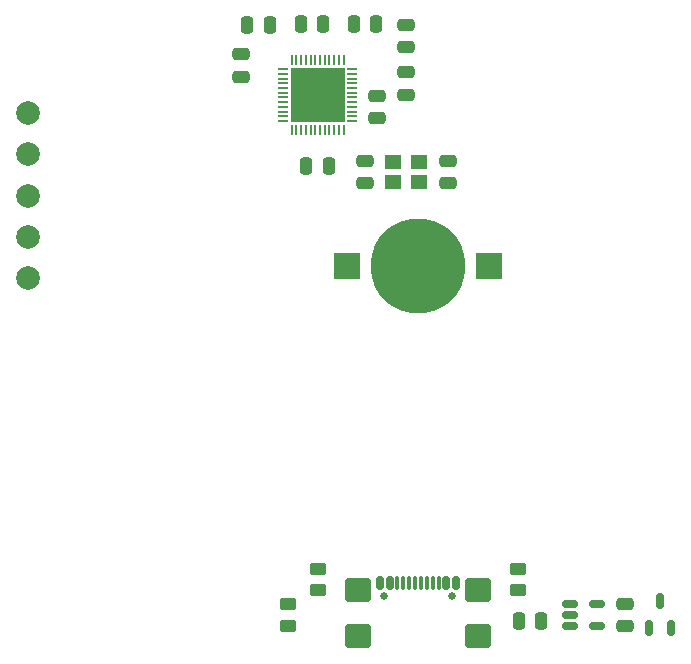
<source format=gbr>
%TF.GenerationSoftware,KiCad,Pcbnew,8.0.3-8.0.3-0~ubuntu24.04.1*%
%TF.CreationDate,2024-08-27T16:23:42+05:00*%
%TF.ProjectId,solartap_mcu_clear_60x60_g400,736f6c61-7274-4617-905f-6d63755f636c,rev?*%
%TF.SameCoordinates,Original*%
%TF.FileFunction,Soldermask,Top*%
%TF.FilePolarity,Negative*%
%FSLAX46Y46*%
G04 Gerber Fmt 4.6, Leading zero omitted, Abs format (unit mm)*
G04 Created by KiCad (PCBNEW 8.0.3-8.0.3-0~ubuntu24.04.1) date 2024-08-27 16:23:42*
%MOMM*%
%LPD*%
G01*
G04 APERTURE LIST*
G04 Aperture macros list*
%AMRoundRect*
0 Rectangle with rounded corners*
0 $1 Rounding radius*
0 $2 $3 $4 $5 $6 $7 $8 $9 X,Y pos of 4 corners*
0 Add a 4 corners polygon primitive as box body*
4,1,4,$2,$3,$4,$5,$6,$7,$8,$9,$2,$3,0*
0 Add four circle primitives for the rounded corners*
1,1,$1+$1,$2,$3*
1,1,$1+$1,$4,$5*
1,1,$1+$1,$6,$7*
1,1,$1+$1,$8,$9*
0 Add four rect primitives between the rounded corners*
20,1,$1+$1,$2,$3,$4,$5,0*
20,1,$1+$1,$4,$5,$6,$7,0*
20,1,$1+$1,$6,$7,$8,$9,0*
20,1,$1+$1,$8,$9,$2,$3,0*%
G04 Aperture macros list end*
%ADD10RoundRect,0.250000X-0.450000X0.262500X-0.450000X-0.262500X0.450000X-0.262500X0.450000X0.262500X0*%
%ADD11RoundRect,0.250000X0.450000X-0.262500X0.450000X0.262500X-0.450000X0.262500X-0.450000X-0.262500X0*%
%ADD12RoundRect,0.250000X-0.250000X-0.475000X0.250000X-0.475000X0.250000X0.475000X-0.250000X0.475000X0*%
%ADD13RoundRect,0.250000X-0.475000X0.250000X-0.475000X-0.250000X0.475000X-0.250000X0.475000X0.250000X0*%
%ADD14RoundRect,0.250000X0.250000X0.475000X-0.250000X0.475000X-0.250000X-0.475000X0.250000X-0.475000X0*%
%ADD15RoundRect,0.250000X0.475000X-0.250000X0.475000X0.250000X-0.475000X0.250000X-0.475000X-0.250000X0*%
%ADD16RoundRect,0.150000X0.150000X-0.512500X0.150000X0.512500X-0.150000X0.512500X-0.150000X-0.512500X0*%
%ADD17R,1.400000X1.200000*%
%ADD18RoundRect,0.150000X-0.512500X-0.150000X0.512500X-0.150000X0.512500X0.150000X-0.512500X0.150000X0*%
%ADD19C,2.000000*%
%ADD20R,2.200000X2.200000*%
%ADD21C,8.000000*%
%ADD22C,0.650000*%
%ADD23RoundRect,0.150000X-0.150000X-0.425000X0.150000X-0.425000X0.150000X0.425000X-0.150000X0.425000X0*%
%ADD24RoundRect,0.075000X-0.075000X-0.500000X0.075000X-0.500000X0.075000X0.500000X-0.075000X0.500000X0*%
%ADD25RoundRect,0.250000X-0.840000X-0.750000X0.840000X-0.750000X0.840000X0.750000X-0.840000X0.750000X0*%
%ADD26RoundRect,0.050000X-0.050000X0.350000X-0.050000X-0.350000X0.050000X-0.350000X0.050000X0.350000X0*%
%ADD27RoundRect,0.050000X-0.350000X0.050000X-0.350000X-0.050000X0.350000X-0.050000X0.350000X0.050000X0*%
%ADD28R,4.600000X4.600000*%
G04 APERTURE END LIST*
D10*
%TO.C,R3*%
X103500000Y-103087500D03*
X103500000Y-104912500D03*
%TD*%
D11*
%TO.C,R2*%
X86500000Y-104912500D03*
X86500000Y-103087500D03*
%TD*%
%TO.C,R1*%
X84000000Y-107912500D03*
X84000000Y-106087500D03*
%TD*%
D12*
%TO.C,C12*%
X103550000Y-107500000D03*
X105450000Y-107500000D03*
%TD*%
D13*
%TO.C,C11*%
X112500000Y-106050000D03*
X112500000Y-107950000D03*
%TD*%
D14*
%TO.C,C10*%
X82450000Y-57030000D03*
X80550000Y-57030000D03*
%TD*%
%TO.C,C9*%
X86950000Y-57000000D03*
X85050000Y-57000000D03*
%TD*%
D12*
%TO.C,C8*%
X89550000Y-57000000D03*
X91450000Y-57000000D03*
%TD*%
D14*
%TO.C,C7*%
X87450000Y-69000000D03*
X85550000Y-69000000D03*
%TD*%
D13*
%TO.C,C6*%
X94000000Y-61050000D03*
X94000000Y-62950000D03*
%TD*%
D15*
%TO.C,C5*%
X80000000Y-61450000D03*
X80000000Y-59550000D03*
%TD*%
%TO.C,C4*%
X94000000Y-58950000D03*
X94000000Y-57050000D03*
%TD*%
%TO.C,C3*%
X91500000Y-64950000D03*
X91500000Y-63050000D03*
%TD*%
D13*
%TO.C,C2*%
X97500000Y-68550000D03*
X97500000Y-70450000D03*
%TD*%
D15*
%TO.C,C1*%
X90500000Y-70450000D03*
X90500000Y-68550000D03*
%TD*%
D16*
%TO.C,D2*%
X114550000Y-108137500D03*
X116450000Y-108137500D03*
X115500000Y-105862500D03*
%TD*%
D17*
%TO.C,Y1*%
X92900000Y-68650000D03*
X95100000Y-68650000D03*
X95100000Y-70350000D03*
X92900000Y-70350000D03*
%TD*%
D18*
%TO.C,U2*%
X107862500Y-106050000D03*
X107862500Y-107000000D03*
X107862500Y-107950000D03*
X110137500Y-107950000D03*
X110137500Y-106050000D03*
%TD*%
D19*
%TO.C,TP4*%
X62000000Y-64500000D03*
%TD*%
D20*
%TO.C,BT1*%
X89000000Y-77500000D03*
X101000000Y-77500000D03*
D21*
X95000000Y-77500000D03*
%TD*%
D19*
%TO.C,TP1*%
X62000000Y-78500000D03*
%TD*%
%TO.C,TP2*%
X62000000Y-75000000D03*
%TD*%
%TO.C,TP3*%
X62000000Y-71500000D03*
%TD*%
D22*
%TO.C,J1*%
X92110000Y-105395000D03*
X97890000Y-105395000D03*
D23*
X91800000Y-104320000D03*
X92600000Y-104320000D03*
D24*
X93750000Y-104320000D03*
X94750000Y-104320000D03*
X95250000Y-104320000D03*
X96250000Y-104320000D03*
D23*
X97400000Y-104320000D03*
X98200000Y-104320000D03*
X98200000Y-104320000D03*
X97400000Y-104320000D03*
D24*
X96750000Y-104320000D03*
X95750000Y-104320000D03*
X94250000Y-104320000D03*
X93250000Y-104320000D03*
D23*
X92600000Y-104320000D03*
X91800000Y-104320000D03*
D25*
X89890000Y-104895000D03*
X89890000Y-108825000D03*
X100110000Y-104895000D03*
X100110000Y-108825000D03*
%TD*%
D26*
%TO.C,U1*%
X88700000Y-60050000D03*
X88300000Y-60050000D03*
X87900000Y-60050000D03*
X87500000Y-60050000D03*
X87100000Y-60050000D03*
X86700000Y-60050000D03*
X86300000Y-60050000D03*
X85900000Y-60050000D03*
X85500000Y-60050000D03*
X85100000Y-60050000D03*
X84700000Y-60050000D03*
X84300000Y-60050000D03*
D27*
X83550000Y-60800000D03*
X83550000Y-61200000D03*
X83550000Y-61600000D03*
X83550000Y-62000000D03*
X83550000Y-62400000D03*
X83550000Y-62800000D03*
X83550000Y-63200000D03*
X83550000Y-63600000D03*
X83550000Y-64000000D03*
X83550000Y-64400000D03*
X83550000Y-64800000D03*
X83550000Y-65200000D03*
D26*
X84300000Y-65950000D03*
X84700000Y-65950000D03*
X85100000Y-65950000D03*
X85500000Y-65950000D03*
X85900000Y-65950000D03*
X86300000Y-65950000D03*
X86700000Y-65950000D03*
X87100000Y-65950000D03*
X87500000Y-65950000D03*
X87900000Y-65950000D03*
X88300000Y-65950000D03*
X88700000Y-65950000D03*
D27*
X89450000Y-65200000D03*
X89450000Y-64800000D03*
X89450000Y-64400000D03*
X89450000Y-64000000D03*
X89450000Y-63600000D03*
X89450000Y-63200000D03*
X89450000Y-62800000D03*
X89450000Y-62400000D03*
X89450000Y-62000000D03*
X89450000Y-61600000D03*
X89450000Y-61200000D03*
X89450000Y-60800000D03*
D28*
X86500000Y-63000000D03*
%TD*%
D19*
%TO.C,TP5*%
X62000000Y-68000000D03*
%TD*%
M02*

</source>
